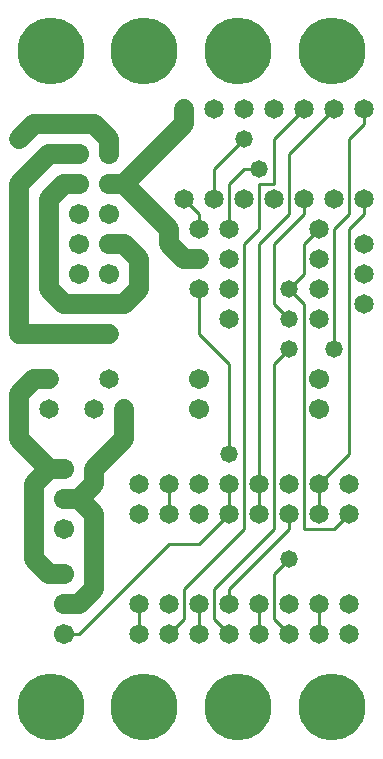
<source format=gtl>
%MOIN*%
%FSLAX25Y25*%
G04 D10 used for Character Trace; *
G04     Circle (OD=.01000) (No hole)*
G04 D11 used for Power Trace; *
G04     Circle (OD=.06500) (No hole)*
G04 D12 used for Signal Trace; *
G04     Circle (OD=.01100) (No hole)*
G04 D13 used for Via; *
G04     Circle (OD=.05800) (Round. Hole ID=.02800)*
G04 D14 used for Component hole; *
G04     Circle (OD=.06500) (Round. Hole ID=.03500)*
G04 D15 used for Component hole; *
G04     Circle (OD=.06700) (Round. Hole ID=.04300)*
G04 D16 used for Component hole; *
G04     Circle (OD=.08100) (Round. Hole ID=.05100)*
G04 D17 used for Component hole; *
G04     Circle (OD=.08900) (Round. Hole ID=.05900)*
G04 D18 used for Component hole; *
G04     Circle (OD=.11300) (Round. Hole ID=.08300)*
G04 D19 used for Component hole; *
G04     Circle (OD=.16000) (Round. Hole ID=.13000)*
G04 D20 used for Component hole; *
G04     Circle (OD=.18300) (Round. Hole ID=.15300)*
G04 D21 used for Component hole; *
G04     Circle (OD=.22291) (Round. Hole ID=.19291)*
%ADD10C,.01000*%
%ADD11C,.06500*%
%ADD12C,.01100*%
%ADD13C,.05800*%
%ADD14C,.06500*%
%ADD15C,.06700*%
%ADD16C,.08100*%
%ADD17C,.08900*%
%ADD18C,.11300*%
%ADD19C,.16000*%
%ADD20C,.18300*%
%ADD21C,.22291*%
%IPPOS*%
%LPD*%
G90*X0Y0D02*D21*X15625Y15625D03*D12*              
X20000Y40000D02*X25000D01*D15*X20000D03*D12*      
X25000D02*X55000Y70000D01*X65000D01*              
X75000Y80000D01*D14*D03*D12*Y90000D01*D14*D03*    
X85000Y80000D03*D12*Y90000D01*D14*D03*D12*        
Y170000D01*X95000Y180000D01*Y200000D01*           
X110000Y215000D01*D14*D03*D12*X115000Y205000D02*  
X120000Y210000D01*X115000Y180000D02*Y205000D01*   
X110000Y175000D02*X115000Y180000D01*              
X110000Y135000D02*Y175000D01*D13*Y135000D03*D15*  
X105000Y125000D03*D14*Y145000D03*                 
X120000Y150000D03*D13*X95000Y145000D03*D12*       
X90000Y150000D01*Y170000D01*X100000Y180000D01*    
Y185000D01*D14*D03*D12*X85000Y190000D02*X90000D01*
X85000Y175000D02*Y190000D01*X80000Y170000D02*     
X85000Y175000D01*X80000Y75000D02*Y170000D01*      
X60000Y55000D02*X80000Y75000D01*X60000Y45000D02*  
Y55000D01*X55000Y40000D02*X60000Y45000D01*D14*    
X55000Y40000D03*X65000Y50000D03*D12*Y40000D01*D14*
D03*D12*X75000D02*X70000Y45000D01*D14*            
X75000Y40000D03*D12*X70000Y45000D02*Y55000D01*    
X90000Y75000D01*Y130000D01*X95000Y135000D01*D13*  
D03*D12*X100000Y75000D02*Y150000D01*Y75000D02*    
X110000D01*X115000Y80000D01*D14*D03*              
X105000Y90000D03*D12*Y80000D01*D14*D03*           
X115000Y90000D03*X95000D03*D12*X105000D02*        
X115000Y100000D01*Y175000D01*X120000Y180000D01*   
Y185000D01*D14*D03*X110000D03*X120000Y170000D03*  
X105000Y175000D03*D12*X100000Y170000D01*          
Y160000D01*X95000Y155000D01*D13*D03*D12*          
X100000Y150000D01*D14*X105000Y155000D03*          
Y165000D03*X120000Y160000D03*X75000Y175000D03*D12*
Y190000D01*X80000Y195000D01*X85000D01*D13*D03*D12*
X90000Y190000D02*Y205000D01*X100000Y215000D01*D14*
D03*X90000D03*D21*X78125Y234375D03*X109375D03*D12*
X120000Y210000D02*Y215000D01*D14*D03*             
X90000Y185000D03*X80000Y215000D03*D13*Y205000D03* 
D12*X70000Y195000D01*Y185000D01*D14*D03*D12*      
X65000Y175000D02*Y180000D01*D14*Y175000D03*D12*   
Y180000D02*X60000Y185000D01*D14*D03*              
X55000Y175000D03*D11*Y170000D01*X60000Y165000D01* 
X65000D01*D14*D03*X75000Y155000D03*D11*           
X55000Y175000D02*X40000Y190000D01*X35000D01*D15*  
D03*D11*X40000D02*X60000Y210000D01*Y215000D01*D14*
D03*X70000D03*D21*X46875Y234375D03*D11*           
X35000Y200000D02*Y205000D01*D15*Y200000D03*D11*   
Y205000D02*X30000Y210000D01*X10000D01*            
X5000Y205000D01*D13*D03*D11*Y190000D02*           
X15000Y200000D01*X5000Y140000D02*Y190000D01*D13*  
Y140000D03*D11*X35000D01*D13*D03*D11*             
X20000Y150000D02*X40000D01*X20000D02*             
X15000Y155000D01*Y185000D01*X20000Y190000D01*     
X25000D01*D15*D03*X35000Y180000D03*D11*           
X15000Y200000D02*X25000D01*D15*D03*Y180000D03*    
Y170000D03*X35000D03*D11*X40000D01*               
X45000Y165000D01*Y155000D01*X40000Y150000D01*D15* 
X35000Y160000D03*X25000D03*X65000Y125000D03*D14*  
X15000D03*D11*X10000D01*X5000Y120000D01*          
Y105000D01*X15000Y95000D01*X10000Y90000D01*       
Y65000D01*X15000Y60000D01*X20000D01*D15*D03*D11*  
X25000Y50000D02*X30000Y55000D01*X20000Y50000D02*  
X25000D01*D15*X20000D03*D11*X30000Y55000D02*      
Y80000D01*X25000Y85000D01*X20000D01*D15*D03*D11*  
X25000D02*X30000Y90000D01*Y95000D01*              
X40000Y105000D01*Y115000D01*D14*D03*X30000D03*    
X35000Y125000D03*D15*X20000Y95000D03*D11*         
X15000D01*D14*Y115000D03*D15*X20000Y75000D03*D14* 
X45000Y80000D03*Y90000D03*X55000Y80000D03*D12*    
Y90000D01*D14*D03*X65000Y80000D03*Y90000D03*D13*  
X75000Y100000D03*D12*Y130000D01*X65000Y140000D01* 
Y155000D01*D14*D03*X75000Y145000D03*Y165000D03*   
X80000Y185000D03*D15*X105000Y115000D03*X65000D03* 
D14*X95000Y80000D03*D12*Y75000D01*X75000Y55000D01*
Y50000D01*D14*D03*X85000Y40000D03*D12*Y50000D01*  
D14*D03*D12*X95000Y40000D02*X90000Y45000D01*D14*  
X95000Y40000D03*D12*X90000Y45000D02*Y60000D01*    
X95000Y65000D01*D13*D03*D14*Y50000D03*X105000D03* 
D12*Y40000D01*D14*D03*X115000Y50000D03*Y40000D03* 
D21*X78125Y15625D03*X109375D03*D14*               
X55000Y50000D03*X45000D03*D12*Y40000D01*D14*D03*  
D21*X46875Y15625D03*X15625Y234375D03*M02*         

</source>
